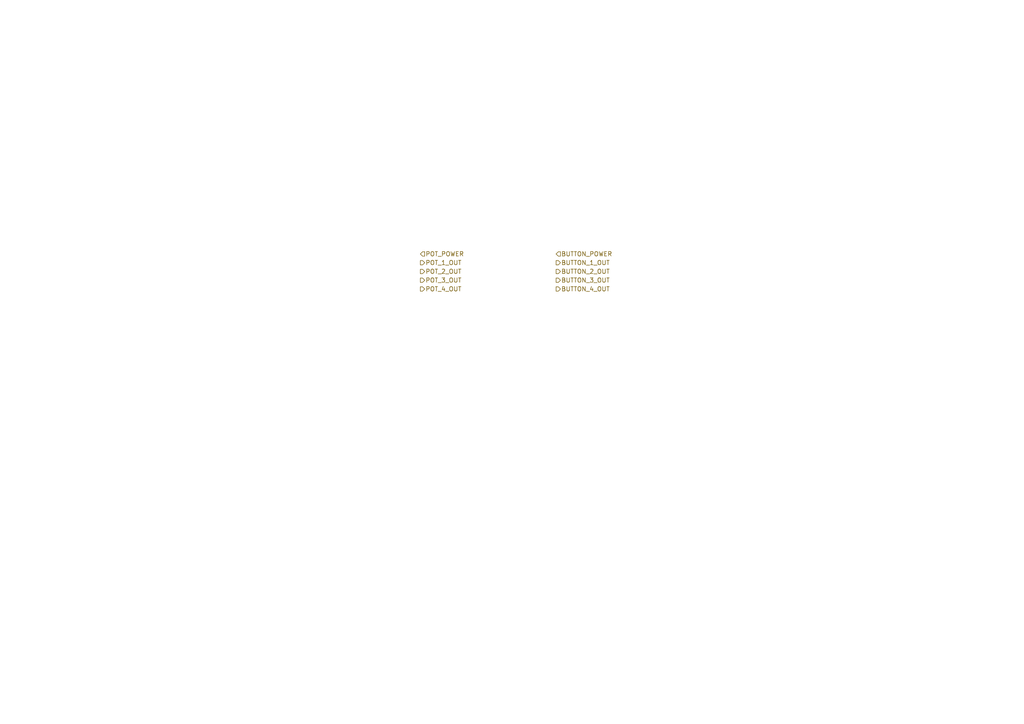
<source format=kicad_sch>
(kicad_sch
	(version 20231120)
	(generator "eeschema")
	(generator_version "8.0")
	(uuid "6cb142e9-7dca-4bac-a334-391839193713")
	(paper "A4")
	(lib_symbols)
	(hierarchical_label "BUTTON_4_OUT"
		(shape output)
		(at 161.29 83.82 0)
		(fields_autoplaced yes)
		(effects
			(font
				(size 1.27 1.27)
			)
			(justify left)
		)
		(uuid "2143e592-c7ae-480f-a13e-81719f833fe3")
	)
	(hierarchical_label "POT_4_OUT"
		(shape output)
		(at 121.92 83.82 0)
		(fields_autoplaced yes)
		(effects
			(font
				(size 1.27 1.27)
			)
			(justify left)
		)
		(uuid "4312f036-2f76-4460-951e-38d6bcbdc09c")
	)
	(hierarchical_label "BUTTON_2_OUT"
		(shape output)
		(at 161.29 78.74 0)
		(fields_autoplaced yes)
		(effects
			(font
				(size 1.27 1.27)
			)
			(justify left)
		)
		(uuid "4c9d181c-f17e-4c3b-a89c-7726bd5ca49d")
	)
	(hierarchical_label "POT_1_OUT"
		(shape output)
		(at 121.92 76.2 0)
		(fields_autoplaced yes)
		(effects
			(font
				(size 1.27 1.27)
			)
			(justify left)
		)
		(uuid "6274e213-dd92-43d7-8398-ab038afd9189")
	)
	(hierarchical_label "BUTTON_1_OUT"
		(shape output)
		(at 161.29 76.2 0)
		(fields_autoplaced yes)
		(effects
			(font
				(size 1.27 1.27)
			)
			(justify left)
		)
		(uuid "72f5ea01-3027-45d6-8682-b8bac0c1fad3")
	)
	(hierarchical_label "POT_3_OUT"
		(shape output)
		(at 121.92 81.28 0)
		(fields_autoplaced yes)
		(effects
			(font
				(size 1.27 1.27)
			)
			(justify left)
		)
		(uuid "88168602-490f-4b62-8ce0-38b91c885d18")
	)
	(hierarchical_label "BUTTON_3_OUT"
		(shape output)
		(at 161.29 81.28 0)
		(fields_autoplaced yes)
		(effects
			(font
				(size 1.27 1.27)
			)
			(justify left)
		)
		(uuid "8b9b8358-e483-4be3-8f23-be0097b97476")
	)
	(hierarchical_label "POT_POWER"
		(shape input)
		(at 121.92 73.66 0)
		(fields_autoplaced yes)
		(effects
			(font
				(size 1.27 1.27)
			)
			(justify left)
		)
		(uuid "ae60d779-fa05-4071-8a86-f2e3c1f24483")
	)
	(hierarchical_label "BUTTON_POWER"
		(shape input)
		(at 161.29 73.66 0)
		(fields_autoplaced yes)
		(effects
			(font
				(size 1.27 1.27)
			)
			(justify left)
		)
		(uuid "b88c2f8c-80cc-45c9-9cf2-aaeee54f853d")
	)
	(hierarchical_label "POT_2_OUT"
		(shape output)
		(at 121.92 78.74 0)
		(fields_autoplaced yes)
		(effects
			(font
				(size 1.27 1.27)
			)
			(justify left)
		)
		(uuid "dba49cb6-7726-4fdb-9fbf-659d70c97cd9")
	)
)

</source>
